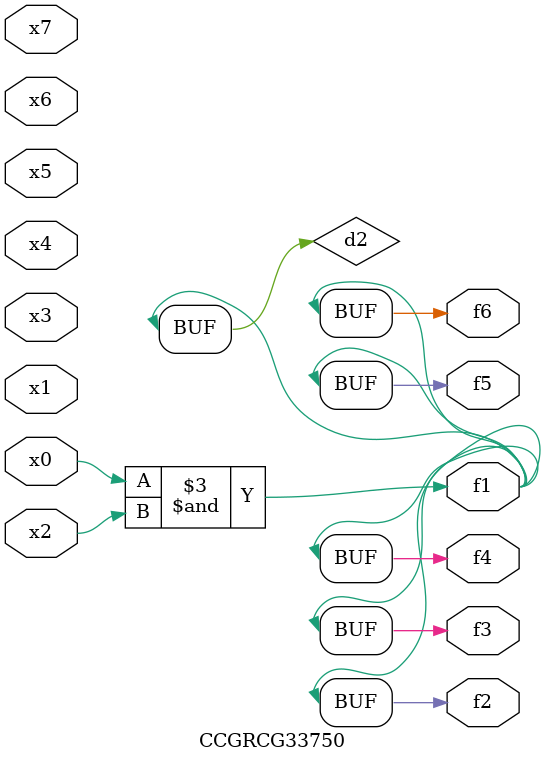
<source format=v>
module CCGRCG33750(
	input x0, x1, x2, x3, x4, x5, x6, x7,
	output f1, f2, f3, f4, f5, f6
);

	wire d1, d2;

	nor (d1, x3, x6);
	and (d2, x0, x2);
	assign f1 = d2;
	assign f2 = d2;
	assign f3 = d2;
	assign f4 = d2;
	assign f5 = d2;
	assign f6 = d2;
endmodule

</source>
